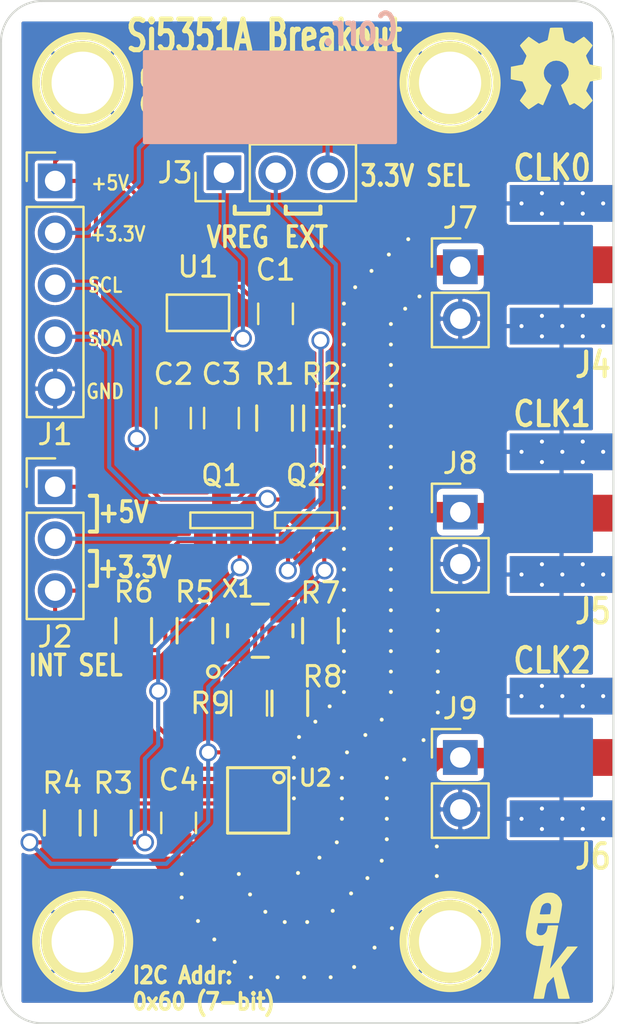
<source format=kicad_pcb>
(kicad_pcb (version 4) (host pcbnew 4.0.6-e0-6349~53~ubuntu16.04.1)
  (title_block (title "Si5351A Breakout") (date "10 Oct 2015") (rev A) (company Etherkit) (comment 4 "Creative Commons Licence CC-BY-SA"))
  (layers (0 F.Cu signal) (31 B.Cu signal) (34 B.Paste user) (35 F.Paste user) (36 B.SilkS user) (37 F.SilkS user) (38 B.Mask user) (39 F.Mask user) (44 Edge.Cuts user))
  (net 0 "")
  (net 1 +3.3V)
  (net 2 GND)
  (net 3 "Net-(J1-Pad3)")
  (net 4 "Net-(J2-Pad2)")
  (net 5 "Net-(J4-Pad1)")
  (net 6 +5V)
  (net 7 "Net-(C2-Pad1)")
  (net 8 "Net-(C3-Pad1)")
  (net 9 "Net-(J1-Pad4)")
  (net 10 "Net-(J5-Pad1)")
  (net 11 "Net-(J6-Pad1)")
  (net 12 "Net-(Q1-Pad1)")
  (net 13 "Net-(Q2-Pad1)")
  (net 14 +3.3VREG)
  (net 15 "Net-(R5-Pad2)")
  (net 16 "Net-(R5-Pad1)")
  (net 17 "Net-(R7-Pad1)")
  (net 18 "Net-(R8-Pad2)")
  (module EtherkitKicadLibrary:VIA (layer F.Cu) (at 112.2 93.7)
    (fp_text reference VIA hide)
    (fp_text value VAL** hide)
    (pad "" thru_hole circle (at 0 0) (size 0.2 0.2) (drill 0.15) (layers *.Cu *.Mask F.SilkS) (net 2 GND) (clearance 0.05))
  )
  (module EtherkitKicadLibrary:ASTX-H11-25.000MHZ-T (layer F.Cu) (at 112.7 80.8)
    (fp_text reference X1 (at -1.1 -2.05) (layer F.SilkS) (effects (font (size 0.8 0.8))))
    (fp_text value "ASTX-H11-25.000MHZ-T or ECS-250-8-30B-CKM" hide)
    (pad 1 smd rect (at -1.15 0.95) (size 1.3 1.1) (layers F.Cu F.Paste F.Mask) (net 15 "Net-(R5-Pad2)"))
    (pad 2 smd rect (at 1.15 0.95) (size 1.3 1.1) (layers F.Cu F.Paste F.Mask) (net 2 GND))
    (pad 3 smd rect (at 1.15 -0.95) (size 1.3 1.1) (layers F.Cu F.Paste F.Mask) (net 17 "Net-(R7-Pad1)"))
    (pad 4 smd rect (at -1.15 -0.95) (size 1.3 1.1) (layers F.Cu F.Paste F.Mask) (net 16 "Net-(R5-Pad1)"))
  )
  (module Resistors_SMD:R_0805 (layer F.Cu) (at 114.15 84.35 270)
    (fp_text reference R8 (at -1.3 -1.6 360) (layer F.SilkS))
    (fp_text value 0 hide)
    (pad 1 smd rect (at -0.95 0 270) (size 0.7 1.3) (layers F.Cu F.Paste F.Mask) (net 17 "Net-(R7-Pad1)"))
    (pad 2 smd rect (at 0.95 0 270) (size 0.7 1.3) (layers F.Cu F.Paste F.Mask) (net 18 "Net-(R8-Pad2)"))
  )
  (module Resistors_SMD:R_0805 (layer F.Cu) (at 115.65 80.8 270)
    (fp_text reference R7 (at -1.85 0 360) (layer F.SilkS))
    (fp_text value 0 hide)
    (pad 1 smd rect (at -0.95 0 270) (size 0.7 1.3) (layers F.Cu F.Paste F.Mask) (net 17 "Net-(R7-Pad1)"))
    (pad 2 smd rect (at 0.95 0 270) (size 0.7 1.3) (layers F.Cu F.Paste F.Mask) (net 2 GND))
  )
  (module Resistors_SMD:R_0805 (layer F.Cu) (at 106.5 80.8 270)
    (fp_text reference R6 (at -1.9 0 360) (layer F.SilkS))
    (fp_text value 0 hide)
    (pad 1 smd rect (at -0.95 0 270) (size 0.7 1.3) (layers F.Cu F.Paste F.Mask) (net 14 +3.3VREG))
    (pad 2 smd rect (at 0.95 0 270) (size 0.7 1.3) (layers F.Cu F.Paste F.Mask) (net 16 "Net-(R5-Pad1)"))
  )
  (module Resistors_SMD:R_0805 (layer F.Cu) (at 109.5 80.8 270)
    (fp_text reference R5 (at -1.9 0 360) (layer F.SilkS))
    (fp_text value 0 hide)
    (pad 1 smd rect (at -0.95 0 270) (size 0.7 1.3) (layers F.Cu F.Paste F.Mask) (net 16 "Net-(R5-Pad1)"))
    (pad 2 smd rect (at 0.95 0 270) (size 0.7 1.3) (layers F.Cu F.Paste F.Mask) (net 15 "Net-(R5-Pad2)"))
  )
  (module Resistors_SMD:R_0805 (layer F.Cu) (at 103 90.2 270)
    (fp_text reference R4 (at -1.95 0 360) (layer F.SilkS))
    (fp_text value 10k hide)
    (pad 1 smd rect (at -0.95 0 270) (size 0.7 1.3) (layers F.Cu F.Paste F.Mask) (net 14 +3.3VREG))
    (pad 2 smd rect (at 0.95 0 270) (size 0.7 1.3) (layers F.Cu F.Paste F.Mask) (net 13 "Net-(Q2-Pad1)"))
  )
  (module Resistors_SMD:R_0805 (layer F.Cu) (at 105.5 90.2 270)
    (fp_text reference R3 (at -1.95 0 360) (layer F.SilkS))
    (fp_text value 10k hide)
    (pad 1 smd rect (at -0.95 0 270) (size 0.7 1.3) (layers F.Cu F.Paste F.Mask) (net 14 +3.3VREG))
    (pad 2 smd rect (at 0.95 0 270) (size 0.7 1.3) (layers F.Cu F.Paste F.Mask) (net 12 "Net-(Q1-Pad1)"))
  )
  (module Resistors_SMD:R_0805 (layer F.Cu) (at 115.7 70.4 270)
    (fp_text reference R2 (at -2.15 0 360) (layer F.SilkS))
    (fp_text value 10k hide)
    (pad 1 smd rect (at -0.95 0 270) (size 0.7 1.3) (layers F.Cu F.Paste F.Mask) (net 4 "Net-(J2-Pad2)"))
    (pad 2 smd rect (at 0.95 0 270) (size 0.7 1.3) (layers F.Cu F.Paste F.Mask) (net 9 "Net-(J1-Pad4)"))
  )
  (module Resistors_SMD:R_0805 (layer F.Cu) (at 113.4 70.4 270)
    (fp_text reference R1 (at -2.15 0 360) (layer F.SilkS))
    (fp_text value 10k hide)
    (pad 1 smd rect (at -0.95 0 270) (size 0.7 1.3) (layers F.Cu F.Paste F.Mask) (net 4 "Net-(J2-Pad2)"))
    (pad 2 smd rect (at 0.95 0 270) (size 0.7 1.3) (layers F.Cu F.Paste F.Mask) (net 3 "Net-(J1-Pad3)"))
  )
  (module Pin_Headers:Pin_Header_Straight_1x02_Pitch2.54mm (layer F.Cu) (at 122.5 87)
    (fp_text reference J9 (at 0 -2.39) (layer F.SilkS))
    (fp_text value CLK2 hide)
    (pad 1 thru_hole rect (at 0 0) (size 1.7 1.7) (drill 1) (layers *.Cu *.Mask) (net 11 "Net-(J6-Pad1)"))
    (pad 2 thru_hole oval (at 0 2.54) (size 1.7 1.7) (drill 1) (layers *.Cu *.Mask) (net 2 GND))
  )
  (module Pin_Headers:Pin_Header_Straight_1x02_Pitch2.54mm (layer F.Cu) (at 122.5 75)
    (fp_text reference J8 (at 0 -2.39) (layer F.SilkS))
    (fp_text value CLK1 hide)
    (pad 1 thru_hole rect (at 0 0) (size 1.7 1.7) (drill 1) (layers *.Cu *.Mask) (net 10 "Net-(J5-Pad1)"))
    (pad 2 thru_hole oval (at 0 2.54) (size 1.7 1.7) (drill 1) (layers *.Cu *.Mask) (net 2 GND))
  )
  (module Pin_Headers:Pin_Header_Straight_1x02_Pitch2.54mm (layer F.Cu) (at 122.5 63)
    (fp_text reference J7 (at 0 -2.39) (layer F.SilkS))
    (fp_text value CLK0 hide)
    (pad 1 thru_hole rect (at 0 0) (size 1.7 1.7) (drill 1) (layers *.Cu *.Mask) (net 5 "Net-(J4-Pad1)"))
    (pad 2 thru_hole oval (at 0 2.54) (size 1.7 1.7) (drill 1) (layers *.Cu *.Mask) (net 2 GND))
  )
  (module Pin_Headers:Pin_Header_Straight_1x03_Pitch2.54mm (layer F.Cu) (at 110.92 58.4 90)
    (fp_text reference J3 (at 0 -2.39 180) (layer F.SilkS))
    (fp_text value "3.3V SEL" hide)
    (pad 1 thru_hole rect (at 0 0 90) (size 1.7 1.7) (drill 1) (layers *.Cu *.Mask) (net 8 "Net-(C3-Pad1)"))
    (pad 2 thru_hole oval (at 0 2.54 90) (size 1.7 1.7) (drill 1) (layers *.Cu *.Mask) (net 14 +3.3VREG))
    (pad 3 thru_hole oval (at 0 5.08 90) (size 1.7 1.7) (drill 1) (layers *.Cu *.Mask) (net 1 +3.3V))
  )
  (module Pin_Headers:Pin_Header_Straight_1x03_Pitch2.54mm (layer F.Cu) (at 102.65 73.76)
    (fp_text reference J2 (at 0 7.34) (layer F.SilkS))
    (fp_text value "PS SEL" hide)
    (pad 1 thru_hole rect (at 0 0) (size 1.7 1.7) (drill 1) (layers *.Cu *.Mask) (net 6 +5V))
    (pad 2 thru_hole oval (at 0 2.54) (size 1.7 1.7) (drill 1) (layers *.Cu *.Mask) (net 4 "Net-(J2-Pad2)"))
    (pad 3 thru_hole oval (at 0 5.08) (size 1.7 1.7) (drill 1) (layers *.Cu *.Mask) (net 14 +3.3VREG))
  )
  (module Pin_Headers:Pin_Header_Straight_1x05_Pitch2.54mm (layer F.Cu) (at 102.65 58.8)
    (fp_text reference J1 (at 0 12.4) (layer F.SilkS))
    (fp_text value Power/Data hide)
    (pad 1 thru_hole rect (at 0 0) (size 1.7 1.7) (drill 1) (layers *.Cu *.Mask) (net 6 +5V))
    (pad 2 thru_hole oval (at 0 2.54) (size 1.7 1.7) (drill 1) (layers *.Cu *.Mask) (net 1 +3.3V))
    (pad 3 thru_hole oval (at 0 5.08) (size 1.7 1.7) (drill 1) (layers *.Cu *.Mask) (net 3 "Net-(J1-Pad3)"))
    (pad 4 thru_hole oval (at 0 7.62) (size 1.7 1.7) (drill 1) (layers *.Cu *.Mask) (net 9 "Net-(J1-Pad4)"))
    (pad 5 thru_hole oval (at 0 10.16) (size 1.7 1.7) (drill 1) (layers *.Cu *.Mask) (net 2 GND))
  )
  (module Capacitors_SMD:C_0805 (layer F.Cu) (at 108.7 90.2 270)
    (fp_text reference C4 (at -2.1 0 360) (layer F.SilkS))
    (fp_text value 100n hide)
    (pad 1 smd rect (at -1 0 270) (size 1 1.25) (layers F.Cu F.Paste F.Mask) (net 14 +3.3VREG))
    (pad 2 smd rect (at 1 0 270) (size 1 1.25) (layers F.Cu F.Paste F.Mask) (net 2 GND))
  )
  (module Capacitors_SMD:C_0805 (layer F.Cu) (at 110.8 70.4 270)
    (fp_text reference C3 (at -2.15 0 360) (layer F.SilkS))
    (fp_text value "4.7u MLCC" hide)
    (pad 1 smd rect (at -1 0 270) (size 1 1.25) (layers F.Cu F.Paste F.Mask) (net 8 "Net-(C3-Pad1)"))
    (pad 2 smd rect (at 1 0 270) (size 1 1.25) (layers F.Cu F.Paste F.Mask) (net 2 GND))
  )
  (module Capacitors_SMD:C_0805 (layer F.Cu) (at 108.45 70.4 270)
    (fp_text reference C2 (at -2.15 0 360) (layer F.SilkS))
    (fp_text value 100n hide)
    (pad 1 smd rect (at -1 0 270) (size 1 1.25) (layers F.Cu F.Paste F.Mask) (net 7 "Net-(C2-Pad1)"))
    (pad 2 smd rect (at 1 0 270) (size 1 1.25) (layers F.Cu F.Paste F.Mask) (net 2 GND))
  )
  (module Capacitors_SMD:C_0805 (layer F.Cu) (at 113.45 65.3 270)
    (fp_text reference C1 (at -2.15 0 360) (layer F.SilkS))
    (fp_text value "1u MLCC" hide)
    (pad 1 smd rect (at -1 0 270) (size 1 1.25) (layers F.Cu F.Paste F.Mask) (net 6 +5V))
    (pad 2 smd rect (at 1 0 270) (size 1 1.25) (layers F.Cu F.Paste F.Mask) (net 2 GND))
  )
  (module EtherkitKicadLibrary:VIA (layer F.Cu) (at 121.35 91.35)
    (fp_text reference VIA hide)
    (fp_text value VAL** hide)
    (pad "" thru_hole circle (at 0 0) (size 0.2 0.2) (drill 0.15) (layers *.Cu *.Mask F.SilkS) (net 2 GND) (clearance 0.05))
  )
  (module EtherkitKicadLibrary:VIA (layer F.Cu) (at 121.35 92.8)
    (fp_text reference VIA hide)
    (fp_text value VAL** hide)
    (pad "" thru_hole circle (at 0 0) (size 0.2 0.2) (drill 0.15) (layers *.Cu *.Mask F.SilkS) (net 2 GND) (clearance 0.05))
  )
  (module EtherkitKicadLibrary:VIA (layer F.Cu) (at 112.25 97.75)
    (fp_text reference VIA hide)
    (fp_text value VAL** hide)
    (pad "" thru_hole circle (at 0 0) (size 0.2 0.2) (drill 0.15) (layers *.Cu *.Mask F.SilkS) (net 2 GND) (clearance 0.05))
  )
  (module EtherkitKicadLibrary:VIA (layer F.Cu) (at 119.15 95.35)
    (fp_text reference VIA hide)
    (fp_text value VAL** hide)
    (pad "" thru_hole circle (at 0 0) (size 0.2 0.2) (drill 0.15) (layers *.Cu *.Mask F.SilkS) (net 2 GND) (clearance 0.05))
  )
  (module EtherkitKicadLibrary:VIA (layer F.Cu) (at 118.3 96.3)
    (fp_text reference VIA hide)
    (fp_text value VAL** hide)
    (pad "" thru_hole circle (at 0 0) (size 0.2 0.2) (drill 0.15) (layers *.Cu *.Mask F.SilkS) (net 2 GND) (clearance 0.05))
  )
  (module EtherkitKicadLibrary:VIA (layer F.Cu) (at 117.3 97.25)
    (fp_text reference VIA hide)
    (fp_text value VAL** hide)
    (pad "" thru_hole circle (at 0 0) (size 0.2 0.2) (drill 0.15) (layers *.Cu *.Mask F.SilkS) (net 2 GND) (clearance 0.05))
  )
  (module EtherkitKicadLibrary:VIA (layer F.Cu) (at 116.15 97.75)
    (fp_text reference VIA hide)
    (fp_text value VAL** hide)
    (pad "" thru_hole circle (at 0 0) (size 0.2 0.2) (drill 0.15) (layers *.Cu *.Mask F.SilkS) (net 2 GND) (clearance 0.05))
  )
  (module EtherkitKicadLibrary:VIA (layer F.Cu) (at 114.85 97.75)
    (fp_text reference VIA hide)
    (fp_text value VAL** hide)
    (pad "" thru_hole circle (at 0 0) (size 0.2 0.2) (drill 0.15) (layers *.Cu *.Mask F.SilkS) (net 2 GND) (clearance 0.05))
  )
  (module EtherkitKicadLibrary:VIA (layer F.Cu) (at 113.55 97.75)
    (fp_text reference VIA hide)
    (fp_text value VAL** hide)
    (pad "" thru_hole circle (at 0 0) (size 0.2 0.2) (drill 0.15) (layers *.Cu *.Mask F.SilkS) (net 2 GND) (clearance 0.05))
  )
  (module EtherkitKicadLibrary:VIA (layer F.Cu) (at 111.45 97)
    (fp_text reference VIA hide)
    (fp_text value VAL** hide)
    (pad "" thru_hole circle (at 0 0) (size 0.2 0.2) (drill 0.15) (layers *.Cu *.Mask F.SilkS) (net 2 GND) (clearance 0.05))
  )
  (module EtherkitKicadLibrary:VIA (layer F.Cu) (at 110.45 95.9)
    (fp_text reference VIA hide)
    (fp_text value VAL** hide)
    (pad "" thru_hole circle (at 0 0) (size 0.2 0.2) (drill 0.15) (layers *.Cu *.Mask F.SilkS) (net 2 GND) (clearance 0.05))
  )
  (module EtherkitKicadLibrary:VIA (layer F.Cu) (at 109.65 95)
    (fp_text reference VIA hide)
    (fp_text value VAL** hide)
    (pad "" thru_hole circle (at 0 0) (size 0.2 0.2) (drill 0.15) (layers *.Cu *.Mask F.SilkS) (net 2 GND) (clearance 0.05))
  )
  (module EtherkitKicadLibrary:VIA (layer F.Cu) (at 108.85 93.85)
    (fp_text reference VIA hide)
    (fp_text value VAL** hide)
    (pad "" thru_hole circle (at 0 0) (size 0.2 0.2) (drill 0.15) (layers *.Cu *.Mask F.SilkS) (net 2 GND) (clearance 0.05))
  )
  (module EtherkitKicadLibrary:VIA (layer F.Cu) (at 108.85 92.7)
    (fp_text reference VIA hide)
    (fp_text value VAL** hide)
    (pad "" thru_hole circle (at 0 0) (size 0.2 0.2) (drill 0.15) (layers *.Cu *.Mask F.SilkS) (net 2 GND) (clearance 0.05))
  )
  (module EtherkitKicadLibrary:VIA (layer F.Cu) (at 119.95 61.65)
    (fp_text reference VIA hide)
    (fp_text value VAL** hide)
    (pad "" thru_hole circle (at 0 0) (size 0.2 0.2) (drill 0.15) (layers *.Cu *.Mask F.SilkS) (net 2 GND) (clearance 0.05))
  )
  (module EtherkitKicadLibrary:VIA (layer F.Cu) (at 119 62.4)
    (fp_text reference VIA hide)
    (fp_text value VAL** hide)
    (pad "" thru_hole circle (at 0 0) (size 0.2 0.2) (drill 0.15) (layers *.Cu *.Mask F.SilkS) (net 2 GND) (clearance 0.05))
  )
  (module EtherkitKicadLibrary:VIA (layer F.Cu) (at 118.15 63.2)
    (fp_text reference VIA hide)
    (fp_text value VAL** hide)
    (pad "" thru_hole circle (at 0 0) (size 0.2 0.2) (drill 0.15) (layers *.Cu *.Mask F.SilkS) (net 2 GND) (clearance 0.05))
  )
  (module EtherkitKicadLibrary:VIA (layer F.Cu) (at 117.35 64)
    (fp_text reference VIA hide)
    (fp_text value VAL** hide)
    (pad "" thru_hole circle (at 0 0) (size 0.2 0.2) (drill 0.15) (layers *.Cu *.Mask F.SilkS) (net 2 GND) (clearance 0.05))
  )
  (module EtherkitKicadLibrary:VIA (layer F.Cu) (at 120.5 64.45)
    (fp_text reference VIA hide)
    (fp_text value VAL** hide)
    (pad "" thru_hole circle (at 0 0) (size 0.2 0.2) (drill 0.15) (layers *.Cu *.Mask F.SilkS) (net 2 GND) (clearance 0.05))
  )
  (module EtherkitKicadLibrary:VIA (layer F.Cu) (at 119.8 65.05)
    (fp_text reference VIA hide)
    (fp_text value VAL** hide)
    (pad "" thru_hole circle (at 0 0) (size 0.2 0.2) (drill 0.15) (layers *.Cu *.Mask F.SilkS) (net 2 GND) (clearance 0.05))
  )
  (module EtherkitKicadLibrary:VIA (layer F.Cu) (at 119.1 65.8)
    (fp_text reference VIA hide)
    (fp_text value VAL** hide)
    (pad "" thru_hole circle (at 0 0) (size 0.2 0.2) (drill 0.15) (layers *.Cu *.Mask F.SilkS) (net 2 GND) (clearance 0.05))
  )
  (module EtherkitKicadLibrary:VIA (layer F.Cu) (at 119.1 66.8)
    (fp_text reference VIA hide)
    (fp_text value VAL** hide)
    (pad "" thru_hole circle (at 0 0) (size 0.2 0.2) (drill 0.15) (layers *.Cu *.Mask F.SilkS) (net 2 GND) (clearance 0.05))
  )
  (module EtherkitKicadLibrary:VIA (layer F.Cu) (at 119.1 67.8)
    (fp_text reference VIA hide)
    (fp_text value VAL** hide)
    (pad "" thru_hole circle (at 0 0) (size 0.2 0.2) (drill 0.15) (layers *.Cu *.Mask F.SilkS) (net 2 GND) (clearance 0.05))
  )
  (module EtherkitKicadLibrary:VIA (layer F.Cu) (at 119.1 68.8)
    (fp_text reference VIA hide)
    (fp_text value VAL** hide)
    (pad "" thru_hole circle (at 0 0) (size 0.2 0.2) (drill 0.15) (layers *.Cu *.Mask F.SilkS) (net 2 GND) (clearance 0.05))
  )
  (module EtherkitKicadLibrary:VIA (layer F.Cu) (at 119.1 69.8)
    (fp_text reference VIA hide)
    (fp_text value VAL** hide)
    (pad "" thru_hole circle (at 0 0) (size 0.2 0.2) (drill 0.15) (layers *.Cu *.Mask F.SilkS) (net 2 GND) (clearance 0.05))
  )
  (module EtherkitKicadLibrary:VIA (layer F.Cu) (at 119.1 70.8)
    (fp_text reference VIA hide)
    (fp_text value VAL** hide)
    (pad "" thru_hole circle (at 0 0) (size 0.2 0.2) (drill 0.15) (layers *.Cu *.Mask F.SilkS) (net 2 GND) (clearance 0.05))
  )
  (module EtherkitKicadLibrary:VIA (layer F.Cu) (at 119.1 71.8)
    (fp_text reference VIA hide)
    (fp_text value VAL** hide)
    (pad "" thru_hole circle (at 0 0) (size 0.2 0.2) (drill 0.15) (layers *.Cu *.Mask F.SilkS) (net 2 GND) (clearance 0.05))
  )
  (module EtherkitKicadLibrary:VIA (layer F.Cu) (at 119.1 72.8)
    (fp_text reference VIA hide)
    (fp_text value VAL** hide)
    (pad "" thru_hole circle (at 0 0) (size 0.2 0.2) (drill 0.15) (layers *.Cu *.Mask F.SilkS) (net 2 GND) (clearance 0.05))
  )
  (module EtherkitKicadLibrary:VIA (layer F.Cu) (at 119.1 73.8)
    (fp_text reference VIA hide)
    (fp_text value VAL** hide)
    (pad "" thru_hole circle (at 0 0) (size 0.2 0.2) (drill 0.15) (layers *.Cu *.Mask F.SilkS) (net 2 GND) (clearance 0.05))
  )
  (module EtherkitKicadLibrary:VIA (layer F.Cu) (at 119.1 74.8)
    (fp_text reference VIA hide)
    (fp_text value VAL** hide)
    (pad "" thru_hole circle (at 0 0) (size 0.2 0.2) (drill 0.15) (layers *.Cu *.Mask F.SilkS) (net 2 GND) (clearance 0.05))
  )
  (module EtherkitKicadLibrary:VIA (layer F.Cu) (at 121.4 79.8)
    (fp_text reference VIA hide)
    (fp_text value VAL** hide)
    (pad "" thru_hole circle (at 0 0) (size 0.2 0.2) (drill 0.15) (layers *.Cu *.Mask F.SilkS) (net 2 GND) (clearance 0.05))
  )
  (module EtherkitKicadLibrary:VIA (layer F.Cu) (at 121.4 80.8)
    (fp_text reference VIA hide)
    (fp_text value VAL** hide)
    (pad "" thru_hole circle (at 0 0) (size 0.2 0.2) (drill 0.15) (layers *.Cu *.Mask F.SilkS) (net 2 GND) (clearance 0.05))
  )
  (module EtherkitKicadLibrary:VIA (layer F.Cu) (at 121.4 81.8)
    (fp_text reference VIA hide)
    (fp_text value VAL** hide)
    (pad "" thru_hole circle (at 0 0) (size 0.2 0.2) (drill 0.15) (layers *.Cu *.Mask F.SilkS) (net 2 GND) (clearance 0.05))
  )
  (module EtherkitKicadLibrary:VIA (layer F.Cu) (at 121.4 82.8)
    (fp_text reference VIA hide)
    (fp_text value VAL** hide)
    (pad "" thru_hole circle (at 0 0) (size 0.2 0.2) (drill 0.15) (layers *.Cu *.Mask F.SilkS) (net 2 GND) (clearance 0.05))
  )
  (module EtherkitKicadLibrary:VIA (layer F.Cu) (at 121.4 83.8)
    (fp_text reference VIA hide)
    (fp_text value VAL** hide)
    (pad "" thru_hole circle (at 0 0) (size 0.2 0.2) (drill 0.15) (layers *.Cu *.Mask F.SilkS) (net 2 GND) (clearance 0.05))
  )
  (module EtherkitKicadLibrary:VIA (layer F.Cu) (at 118.65 92.05)
    (fp_text reference VIA hide)
    (fp_text value VAL** hide)
    (pad "" thru_hole circle (at 0 0) (size 0.2 0.2) (drill 0.15) (layers *.Cu *.Mask F.SilkS) (net 2 GND) (clearance 0.05))
  )
  (module EtherkitKicadLibrary:VIA (layer F.Cu) (at 121.4 84.8)
    (fp_text reference VIA hide)
    (fp_text value VAL** hide)
    (pad "" thru_hole circle (at 0 0) (size 0.2 0.2) (drill 0.15) (layers *.Cu *.Mask F.SilkS) (net 2 GND) (clearance 0.05))
  )
  (module EtherkitKicadLibrary:VIA (layer F.Cu) (at 120.7 86.15)
    (fp_text reference VIA hide)
    (fp_text value VAL** hide)
    (pad "" thru_hole circle (at 0 0) (size 0.2 0.2) (drill 0.15) (layers *.Cu *.Mask F.SilkS) (net 2 GND) (clearance 0.05))
  )
  (module EtherkitKicadLibrary:VIA (layer F.Cu) (at 119.75 87.1)
    (fp_text reference VIA hide)
    (fp_text value VAL** hide)
    (pad "" thru_hole circle (at 0 0) (size 0.2 0.2) (drill 0.15) (layers *.Cu *.Mask F.SilkS) (net 2 GND) (clearance 0.05))
  )
  (module EtherkitKicadLibrary:VIA (layer F.Cu) (at 118.9 88)
    (fp_text reference VIA hide)
    (fp_text value VAL** hide)
    (pad "" thru_hole circle (at 0 0) (size 0.2 0.2) (drill 0.15) (layers *.Cu *.Mask F.SilkS) (net 2 GND) (clearance 0.05))
  )
  (module EtherkitKicadLibrary:VIA (layer F.Cu) (at 118.9 89)
    (fp_text reference VIA hide)
    (fp_text value VAL** hide)
    (pad "" thru_hole circle (at 0 0) (size 0.2 0.2) (drill 0.15) (layers *.Cu *.Mask F.SilkS) (net 2 GND) (clearance 0.05))
  )
  (module EtherkitKicadLibrary:VIA (layer F.Cu) (at 118.9 90)
    (fp_text reference VIA hide)
    (fp_text value VAL** hide)
    (pad "" thru_hole circle (at 0 0) (size 0.2 0.2) (drill 0.15) (layers *.Cu *.Mask F.SilkS) (net 2 GND) (clearance 0.05))
  )
  (module EtherkitKicadLibrary:VIA (layer F.Cu) (at 118.9 91)
    (fp_text reference VIA hide)
    (fp_text value VAL** hide)
    (pad "" thru_hole circle (at 0 0) (size 0.2 0.2) (drill 0.15) (layers *.Cu *.Mask F.SilkS) (net 2 GND) (clearance 0.05))
  )
  (module EtherkitKicadLibrary:VIA (layer F.Cu) (at 117.95 92.9)
    (fp_text reference VIA hide)
    (fp_text value VAL** hide)
    (pad "" thru_hole circle (at 0 0) (size 0.2 0.2) (drill 0.15) (layers *.Cu *.Mask F.SilkS) (net 2 GND) (clearance 0.05))
  )
  (module EtherkitKicadLibrary:VIA (layer F.Cu) (at 117.15 93.65)
    (fp_text reference VIA hide)
    (fp_text value VAL** hide)
    (pad "" thru_hole circle (at 0 0) (size 0.2 0.2) (drill 0.15) (layers *.Cu *.Mask F.SilkS) (net 2 GND) (clearance 0.05))
  )
  (module EtherkitKicadLibrary:VIA (layer F.Cu) (at 116.25 94.5)
    (fp_text reference VIA hide)
    (fp_text value VAL** hide)
    (pad "" thru_hole circle (at 0 0) (size 0.2 0.2) (drill 0.15) (layers *.Cu *.Mask F.SilkS) (net 2 GND) (clearance 0.05))
  )
  (module EtherkitKicadLibrary:VIA (layer F.Cu) (at 115 95.05)
    (fp_text reference VIA hide)
    (fp_text value VAL** hide)
    (pad "" thru_hole circle (at 0 0) (size 0.2 0.2) (drill 0.15) (layers *.Cu *.Mask F.SilkS) (net 2 GND) (clearance 0.05))
  )
  (module EtherkitKicadLibrary:VIA (layer F.Cu) (at 113.9 95.05)
    (fp_text reference VIA hide)
    (fp_text value VAL** hide)
    (pad "" thru_hole circle (at 0 0) (size 0.2 0.2) (drill 0.15) (layers *.Cu *.Mask F.SilkS) (net 2 GND) (clearance 0.05))
  )
  (module EtherkitKicadLibrary:VIA (layer F.Cu) (at 112.95 94.55)
    (fp_text reference VIA hide)
    (fp_text value VAL** hide)
    (pad "" thru_hole circle (at 0 0) (size 0.2 0.2) (drill 0.15) (layers *.Cu *.Mask F.SilkS) (net 2 GND) (clearance 0.05))
  )
  (module EtherkitKicadLibrary:VIA (layer F.Cu) (at 111.65 92.7)
    (fp_text reference VIA hide)
    (fp_text value VAL** hide)
    (pad "" thru_hole circle (at 0 0) (size 0.2 0.2) (drill 0.15) (layers *.Cu *.Mask F.SilkS) (net 2 GND) (clearance 0.05))
  )
  (module EtherkitKicadLibrary:VIA (layer F.Cu) (at 114.55 92.65)
    (fp_text reference VIA hide)
    (fp_text value VAL** hide)
    (pad "" thru_hole circle (at 0 0) (size 0.2 0.2) (drill 0.15) (layers *.Cu *.Mask F.SilkS) (net 2 GND) (clearance 0.05))
  )
  (module EtherkitKicadLibrary:VIA (layer F.Cu) (at 115.6 91.9)
    (fp_text reference VIA hide)
    (fp_text value VAL** hide)
    (pad "" thru_hole circle (at 0 0) (size 0.2 0.2) (drill 0.15) (layers *.Cu *.Mask F.SilkS) (net 2 GND) (clearance 0.05))
  )
  (module EtherkitKicadLibrary:VIA (layer F.Cu) (at 116.45 91.15)
    (fp_text reference VIA hide)
    (fp_text value VAL** hide)
    (pad "" thru_hole circle (at 0 0) (size 0.2 0.2) (drill 0.15) (layers *.Cu *.Mask F.SilkS) (net 2 GND) (clearance 0.05))
  )
  (module EtherkitKicadLibrary:VIA (layer F.Cu) (at 116.7 90)
    (fp_text reference VIA hide)
    (fp_text value VAL** hide)
    (pad "" thru_hole circle (at 0 0) (size 0.2 0.2) (drill 0.15) (layers *.Cu *.Mask F.SilkS) (net 2 GND) (clearance 0.05))
  )
  (module EtherkitKicadLibrary:VIA (layer F.Cu) (at 116.7 89)
    (fp_text reference VIA hide)
    (fp_text value VAL** hide)
    (pad "" thru_hole circle (at 0 0) (size 0.2 0.2) (drill 0.15) (layers *.Cu *.Mask F.SilkS) (net 2 GND) (clearance 0.05))
  )
  (module EtherkitKicadLibrary:VIA (layer F.Cu) (at 116.7 88)
    (fp_text reference VIA hide)
    (fp_text value VAL** hide)
    (pad "" thru_hole circle (at 0 0) (size 0.2 0.2) (drill 0.15) (layers *.Cu *.Mask F.SilkS) (net 2 GND) (clearance 0.05))
  )
  (module EtherkitKicadLibrary:VIA (layer F.Cu) (at 116.95 86.75)
    (fp_text reference VIA hide)
    (fp_text value VAL** hide)
    (pad "" thru_hole circle (at 0 0) (size 0.2 0.2) (drill 0.15) (layers *.Cu *.Mask F.SilkS) (net 2 GND) (clearance 0.05))
  )
  (module EtherkitKicadLibrary:VIA (layer F.Cu) (at 117.85 85.9)
    (fp_text reference VIA hide)
    (fp_text value VAL** hide)
    (pad "" thru_hole circle (at 0 0) (size 0.2 0.2) (drill 0.15) (layers *.Cu *.Mask F.SilkS) (net 2 GND) (clearance 0.05))
  )
  (module EtherkitKicadLibrary:VIA (layer F.Cu) (at 119.1 76.8)
    (fp_text reference VIA hide)
    (fp_text value VAL** hide)
    (pad "" thru_hole circle (at 0 0) (size 0.2 0.2) (drill 0.15) (layers *.Cu *.Mask F.SilkS) (net 2 GND) (clearance 0.05))
  )
  (module EtherkitKicadLibrary:VIA (layer F.Cu) (at 119.1 77.8)
    (fp_text reference VIA hide)
    (fp_text value VAL** hide)
    (pad "" thru_hole circle (at 0 0) (size 0.2 0.2) (drill 0.15) (layers *.Cu *.Mask F.SilkS) (net 2 GND) (clearance 0.05))
  )
  (module EtherkitKicadLibrary:VIA (layer F.Cu) (at 119.1 78.8)
    (fp_text reference VIA hide)
    (fp_text value VAL** hide)
    (pad "" thru_hole circle (at 0 0) (size 0.2 0.2) (drill 0.15) (layers *.Cu *.Mask F.SilkS) (net 2 GND) (clearance 0.05))
  )
  (module EtherkitKicadLibrary:VIA (layer F.Cu) (at 119.1 79.8)
    (fp_text reference VIA hide)
    (fp_text value VAL** hide)
    (pad "" thru_hole circle (at 0 0) (size 0.2 0.2) (drill 0.15) (layers *.Cu *.Mask F.SilkS) (net 2 GND) (clearance 0.05))
  )
  (module EtherkitKicadLibrary:VIA (layer F.Cu) (at 119.1 80.8)
    (fp_text reference VIA hide)
    (fp_text value VAL** hide)
    (pad "" thru_hole circle (at 0 0) (size 0.2 0.2) (drill 0.15) (layers *.Cu *.Mask F.SilkS) (net 2 GND) (clearance 0.05))
  )
  (module EtherkitKicadLibrary:VIA (layer F.Cu) (at 119.1 81.8)
    (fp_text reference VIA hide)
    (fp_text value VAL** hide)
    (pad "" thru_hole circle (at 0 0) (size 0.2 0.2) (drill 0.15) (layers *.Cu *.Mask F.SilkS) (net 2 GND) (clearance 0.05))
  )
  (module EtherkitKicadLibrary:VIA (layer F.Cu) (at 119.1 82.8)
    (fp_text reference VIA hide)
    (fp_text value VAL** hide)
    (pad "" thru_hole circle (at 0 0) (size 0.2 0.2) (drill 0.15) (layers *.Cu *.Mask F.SilkS) (net 2 GND) (clearance 0.05))
  )
  (module EtherkitKicadLibrary:VIA (layer F.Cu) (at 119.1 83.8)
    (fp_text reference VIA hide)
    (fp_text value VAL** hide)
    (pad "" thru_hole circle (at 0 0) (size 0.2 0.2) (drill 0.15) (layers *.Cu *.Mask F.SilkS) (net 2 GND) (clearance 0.05))
  )
  (module EtherkitKicadLibrary:VIA (layer F.Cu) (at 116.1 84.5)
    (fp_text reference VIA hide)
    (fp_text value VAL** hide)
    (pad "" thru_hole circle (at 0 0) (size 0.2 0.2) (drill 0.15) (layers *.Cu *.Mask F.SilkS) (net 2 GND) (clearance 0.05))
  )
  (module EtherkitKicadLibrary:VIA (layer F.Cu) (at 115.4 85.25)
    (fp_text reference VIA hide)
    (fp_text value VAL** hide)
    (pad "" thru_hole circle (at 0 0) (size 0.2 0.2) (drill 0.15) (layers *.Cu *.Mask F.SilkS) (net 2 GND) (clearance 0.05))
  )
  (module EtherkitKicadLibrary:VIA (layer F.Cu) (at 114.6 86)
    (fp_text reference VIA hide)
    (fp_text value VAL** hide)
    (pad "" thru_hole circle (at 0 0) (size 0.2 0.2) (drill 0.15) (layers *.Cu *.Mask F.SilkS) (net 2 GND) (clearance 0.05))
  )
  (module EtherkitKicadLibrary:VIA (layer F.Cu) (at 114.35 87)
    (fp_text reference VIA hide)
    (fp_text value VAL** hide)
    (pad "" thru_hole circle (at 0 0) (size 0.2 0.2) (drill 0.15) (layers *.Cu *.Mask F.SilkS) (net 2 GND) (clearance 0.05))
  )
  (module EtherkitKicadLibrary:VIA (layer F.Cu) (at 114.35 88)
    (fp_text reference VIA hide)
    (fp_text value VAL** hide)
    (pad "" thru_hole circle (at 0 0) (size 0.2 0.2) (drill 0.15) (layers *.Cu *.Mask F.SilkS) (net 2 GND) (clearance 0.05))
  )
  (module EtherkitKicadLibrary:VIA (layer F.Cu) (at 114.35 89)
    (fp_text reference VIA hide)
    (fp_text value VAL** hide)
    (pad "" thru_hole circle (at 0 0) (size 0.2 0.2) (drill 0.15) (layers *.Cu *.Mask F.SilkS) (net 2 GND) (clearance 0.05))
  )
  (module EtherkitKicadLibrary:VIA (layer F.Cu) (at 118.65 85.15)
    (fp_text reference VIA hide)
    (fp_text value VAL** hide)
    (pad "" thru_hole circle (at 0 0) (size 0.2 0.2) (drill 0.15) (layers *.Cu *.Mask F.SilkS) (net 2 GND) (clearance 0.05))
  )
  (module EtherkitKicadLibrary:VIA (layer F.Cu) (at 116.8 83.8)
    (fp_text reference VIA hide)
    (fp_text value VAL** hide)
    (pad "" thru_hole circle (at 0 0) (size 0.2 0.2) (drill 0.15) (layers *.Cu *.Mask F.SilkS) (net 2 GND) (clearance 0.05))
  )
  (module EtherkitKicadLibrary:VIA (layer F.Cu) (at 116.8 82.8)
    (fp_text reference VIA hide)
    (fp_text value VAL** hide)
    (pad "" thru_hole circle (at 0 0) (size 0.2 0.2) (drill 0.15) (layers *.Cu *.Mask F.SilkS) (net 2 GND) (clearance 0.05))
  )
  (module EtherkitKicadLibrary:VIA (layer F.Cu) (at 116.8 81.8)
    (fp_text reference VIA hide)
    (fp_text value VAL** hide)
    (pad "" thru_hole circle (at 0 0) (size 0.2 0.2) (drill 0.15) (layers *.Cu *.Mask F.SilkS) (net 2 GND) (clearance 0.05))
  )
  (module EtherkitKicadLibrary:VIA (layer F.Cu) (at 116.8 80.8)
    (fp_text reference VIA hide)
    (fp_text value VAL** hide)
    (pad "" thru_hole circle (at 0 0) (size 0.2 0.2) (drill 0.15) (layers *.Cu *.Mask F.SilkS) (net 2 GND) (clearance 0.05))
  )
  (module EtherkitKicadLibrary:VIA (layer F.Cu) (at 116.8 79.8)
    (fp_text reference VIA hide)
    (fp_text value VAL** hide)
    (pad "" thru_hole circle (at 0 0) (size 0.2 0.2) (drill 0.15) (layers *.Cu *.Mask F.SilkS) (net 2 GND) (clearance 0.05))
  )
  (module EtherkitKicadLibrary:VIA (layer F.Cu) (at 116.8 78.8)
    (fp_text reference VIA hide)
    (fp_text value VAL** hide)
    (pad "" thru_hole circle (at 0 0) (size 0.2 0.2) (drill 0.15) (layers *.Cu *.Mask F.SilkS) (net 2 GND) (clearance 0.05))
  )
  (module EtherkitKicadLibrary:VIA (layer F.Cu) (at 116.8 77.8)
    (fp_text reference VIA hide)
    (fp_text value VAL** hide)
    (pad "" thru_hole circle (at 0 0) (size 0.2 0.2) (drill 0.15) (layers *.Cu *.Mask F.SilkS) (net 2 GND) (clearance 0.05))
  )
  (module EtherkitKicadLibrary:VIA (layer F.Cu) (at 116.8 76.8)
    (fp_text reference VIA hide)
    (fp_text value VAL** hide)
    (pad "" thru_hole circle (at 0 0) (size 0.2 0.2) (drill 0.15) (layers *.Cu *.Mask F.SilkS) (net 2 GND) (clearance 0.05))
  )
  (module EtherkitKicadLibrary:VIA (layer F.Cu) (at 116.8 75.8)
    (fp_text reference VIA hide)
    (fp_text value VAL** hide)
    (pad "" thru_hole circle (at 0 0) (size 0.2 0.2) (drill 0.15) (layers *.Cu *.Mask F.SilkS) (net 2 GND) (clearance 0.05))
  )
  (module EtherkitKicadLibrary:VIA (layer F.Cu) (at 116.8 74.8)
    (fp_text reference VIA hide)
    (fp_text value VAL** hide)
    (pad "" thru_hole circle (at 0 0) (size 0.2 0.2) (drill 0.15) (layers *.Cu *.Mask F.SilkS) (net 2 GND) (clearance 0.05))
  )
  (module EtherkitKicadLibrary:VIA (layer F.Cu) (at 116.8 73.8)
    (fp_text reference VIA hide)
    (fp_text value VAL** hide)
    (pad "" thru_hole circle (at 0 0) (size 0.2 0.2) (drill 0.15) (layers *.Cu *.Mask F.SilkS) (net 2 GND) (clearance 0.05))
  )
  (module EtherkitKicadLibrary:VIA (layer F.Cu) (at 116.8 72.8)
    (fp_text reference VIA hide)
    (fp_text value VAL** hide)
    (pad "" thru_hole circle (at 0 0) (size 0.2 0.2) (drill 0.15) (layers *.Cu *.Mask F.SilkS) (net 2 GND) (clearance 0.05))
  )
  (module EtherkitKicadLibrary:VIA (layer F.Cu) (at 116.8 71.8)
    (fp_text reference VIA hide)
    (fp_text value VAL** hide)
    (pad "" thru_hole circle (at 0 0) (size 0.2 0.2) (drill 0.15) (layers *.Cu *.Mask F.SilkS) (net 2 GND) (clearance 0.05))
  )
  (module EtherkitKicadLibrary:VIA (layer F.Cu) (at 116.8 70.8)
    (fp_text reference VIA hide)
    (fp_text value VAL** hide)
    (pad "" thru_hole circle (at 0 0) (size 0.2 0.2) (drill 0.15) (layers *.Cu *.Mask F.SilkS) (net 2 GND) (clearance 0.05))
  )
  (module EtherkitKicadLibrary:VIA (layer F.Cu) (at 116.8 69.8)
    (fp_text reference VIA hide)
    (fp_text value VAL** hide)
    (pad "" thru_hole circle (at 0 0) (size 0.2 0.2) (drill 0.15) (layers *.Cu *.Mask F.SilkS) (net 2 GND) (clearance 0.05))
  )
  (module EtherkitKicadLibrary:VIA (layer F.Cu) (at 116.8 68.8)
    (fp_text reference VIA hide)
    (fp_text value VAL** hide)
    (pad "" thru_hole circle (at 0 0) (size 0.2 0.2) (drill 0.15) (layers *.Cu *.Mask F.SilkS) (net 2 GND) (clearance 0.05))
  )
  (module EtherkitKicadLibrary:VIA (layer F.Cu) (at 116.8 67.8)
    (fp_text reference VIA hide)
    (fp_text value VAL** hide)
    (pad "" thru_hole circle (at 0 0) (size 0.2 0.2) (drill 0.15) (layers *.Cu *.Mask F.SilkS) (net 2 GND) (clearance 0.05))
  )
  (module EtherkitKicadLibrary:VIA (layer F.Cu) (at 116.8 66.8)
    (fp_text reference VIA hide)
    (fp_text value VAL** hide)
    (pad "" thru_hole circle (at 0 0) (size 0.2 0.2) (drill 0.15) (layers *.Cu *.Mask F.SilkS) (net 2 GND) (clearance 0.05))
  )
  (module EtherkitKicadLibrary:VIA (layer F.Cu) (at 116.8 65.8)
    (fp_text reference VIA hide)
    (fp_text value VAL** hide)
    (pad "" thru_hole circle (at 0 0) (size 0.2 0.2) (drill 0.15) (layers *.Cu *.Mask F.SilkS) (net 2 GND) (clearance 0.05))
  )
  (module EtherkitKicadLibrary:VIA (layer F.Cu) (at 116.8 64.8)
    (fp_text reference VIA hide)
    (fp_text value VAL** hide)
    (pad "" thru_hole circle (at 0 0) (size 0.2 0.2) (drill 0.15) (layers *.Cu *.Mask F.SilkS) (net 2 GND) (clearance 0.05))
  )
  (module EtherkitKicadLibrary:SMA-ENDLAUNCH (layer F.Cu) (at 130 62.9 90)
    (fp_text reference J4 (at -4.9 -1 180) (layer F.SilkS) (effects (font (size 1.2 1) (thickness 0.2))))
    (fp_text value SMA-F hide)
    (pad 1 smd rect (at 0 -2.54 90) (size 1.8 5.08) (layers F.Cu F.Mask) (net 5 "Net-(J4-Pad1)"))
    (pad 2 smd rect (at 3 -2.54 90) (size 1.8 5.08) (layers B.Cu B.Mask) (net 2 GND))
    (pad 2 smd rect (at -3 -2.54 90) (size 1.8 5.08) (layers F.Cu F.Mask) (net 2 GND))
    (pad 2 thru_hole circle (at 3 -0.5 90) (size 0.3 0.3) (drill 0.2) (layers *.Cu *.Mask) (net 2 GND))
    (pad 2 thru_hole circle (at 3 -4.5 90) (size 0.3 0.3) (drill 0.2) (layers *.Cu *.Mask) (net 2 GND))
    (pad 2 thru_hole circle (at 2.5 -3.5 90) (size 0.3 0.3) (drill 0.2) (layers *.Cu *.Mask) (net 2 GND))
    (pad 2 thru_hole circle (at 3.5 -3.5 90) (size 0.3 0.3) (drill 0.2) (layers *.Cu *.Mask) (net 2 GND))
    (pad 2 thru_hole circle (at 3 -2.5 90) (size 0.3 0.3) (drill 0.2) (layers *.Cu *.Mask) (net 2 GND))
    (pad 2 thru_hole circle (at 2.5 -1.5 90) (size 0.3 0.3) (drill 0.2) (layers *.Cu *.Mask) (net 2 GND))
    (pad 2 thru_hole circle (at 3.5 -1.5 90) (size 0.3 0.3) (drill 0.2) (layers *.Cu *.Mask) (net 2 GND))
    (pad 2 thru_hole circle (at -3 -0.5 90) (size 0.3 0.3) (drill 0.2) (layers *.Cu *.Mask) (net 2 GND))
    (pad 2 thru_hole circle (at -3 -4.5 90) (size 0.3 0.3) (drill 0.2) (layers *.Cu *.Mask) (net 2 GND))
    (pad 2 thru_hole circle (at -3.5 -3.5 90) (size 0.3 0.3) (drill 0.2) (layers *.Cu *.Mask) (net 2 GND))
    (pad 2 thru_hole circle (at -2.5 -3.5 90) (size 0.3 0.3) (drill 0.2) (layers *.Cu *.Mask) (net 2 GND))
    (pad 2 thru_hole circle (at -3 -2.5 90) (size 0.3 0.3) (drill 0.2) (layers *.Cu *.Mask) (net 2 GND))
    (pad 2 thru_hole circle (at -3.5 -1.5 90) (size 0.3 0.3) (drill 0.2) (layers *.Cu *.Mask) (net 2 GND))
    (pad 2 thru_hole circle (at -2.5 -1.5 90) (size 0.3 0.3) (drill 0.2) (layers *.Cu *.Mask) (net 2 GND))
    (pad 2 smd rect (at 3 -2.54 90) (size 1.8 5.08) (layers F.Cu F.Mask) (net 2 GND))
    (pad 2 smd rect (at -3 -2.54 90) (size 1.8 5.08) (layers B.Cu B.Mask) (net 2 GND))
  )
  (module EtherkitKicadLibrary:SOT23-5 (layer F.Cu) (at 109.65 65.25 180)
    (fp_text reference U1 (at 0 2.25 360) (layer F.SilkS))
    (fp_text value LP2985-3.3 hide)
    (pad 1 smd rect (at -0.9525 1.27 180) (size 0.508 0.762) (layers F.Cu F.Paste F.Mask) (net 6 +5V))
    (pad 3 smd rect (at 0.9525 1.27 180) (size 0.508 0.762) (layers F.Cu F.Paste F.Mask) (net 6 +5V))
    (pad 5 smd rect (at -0.9525 -1.27 180) (size 0.508 0.762) (layers F.Cu F.Paste F.Mask) (net 8 "Net-(C3-Pad1)"))
    (pad 2 smd rect (at 0 1.27 180) (size 0.508 0.762) (layers F.Cu F.Paste F.Mask) (net 2 GND))
    (pad 4 smd rect (at 0.9525 -1.27 180) (size 0.508 0.762) (layers F.Cu F.Paste F.Mask) (net 7 "Net-(C2-Pad1)"))
  )
  (module EtherkitKicadLibrary:SOT23-2N7002 (layer F.Cu) (at 114.95 75.4 180)
    (fp_text reference Q2 (at 0 2.2 180) (layer F.SilkS))
    (fp_text value 2N7002 hide)
    (pad 1 smd rect (at -0.889 -1.016 180) (size 0.9144 0.9144) (layers F.Cu F.Paste F.Mask) (net 13 "Net-(Q2-Pad1)"))
    (pad 2 smd rect (at 0.889 -1.016 180) (size 0.9144 0.9144) (layers F.Cu F.Paste F.Mask) (net 14 +3.3VREG))
    (pad 3 smd rect (at 0 1.016 180) (size 0.9144 0.9144) (layers F.Cu F.Paste F.Mask) (net 9 "Net-(J1-Pad4)"))
  )
  (module EtherkitKicadLibrary:SOT23-2N7002 (layer F.Cu) (at 110.8 75.4 180)
    (fp_text reference Q1 (at 0 2.2 180) (layer F.SilkS))
    (fp_text value 2N7002 hide)
    (pad 1 smd rect (at -0.889 -1.016 180) (size 0.9144 0.9144) (layers F.Cu F.Paste F.Mask) (net 12 "Net-(Q1-Pad1)"))
    (pad 2 smd rect (at 0.889 -1.016 180) (size 0.9144 0.9144) (layers F.Cu F.Paste F.Mask) (net 14 +3.3VREG))
    (pad 3 smd rect (at 0 1.016 180) (size 0.9144 0.9144) (layers F.Cu F.Paste F.Mask) (net 3 "Net-(J1-Pad3)"))
  )
  (module EtherkitKicadLibrary:SMA-ENDLAUNCH (layer F.Cu) (at 130 87 90)
    (fp_text reference J6 (at -4.85 -1 180) (layer F.SilkS) (effects (font (size 1.2 1) (thickness 0.2))))
    (fp_text value SMA-F hide)
    (pad 1 smd rect (at 0 -2.54 90) (size 1.8 5.08) (layers F.Cu F.Mask) (net 11 "Net-(J6-Pad1)"))
    (pad 2 smd rect (at 3 -2.54 90) (size 1.8 5.08) (layers B.Cu B.Mask) (net 2 GND))
    (pad 2 smd rect (at -3 -2.54 90) (size 1.8 5.08) (layers F.Cu F.Mask) (net 2 GND))
    (pad 2 thru_hole circle (at 3 -0.5 90) (size 0.3 0.3) (drill 0.2) (layers *.Cu *.Mask) (net 2 GND))
    (pad 2 thru_hole circle (at 3 -4.5 90) (size 0.3 0.3) (drill 0.2) (layers *.Cu *.Mask) (net 2 GND))
    (pad 2 thru_hole circle (at 2.5 -3.5 90) (size 0.3 0.3) (drill 0.2) (layers *.Cu *.Mask) (net 2 GND))
    (pad 2 thru_hole circle (at 3.5 -3.5 90) (size 0.3 0.3) (drill 0.2) (layers *.Cu *.Mask) (net 2 GND))
    (pad 2 thru_hole circle (at 3 -2.5 90) (size 0.3 0.3) (drill 0.2) (layers *.Cu *.Mask) (net 2 GND))
    (pad 2 thru_hole circle (at 2.5 -1.5 90) (size 0.3 0.3) (drill 0.2) (layers *.Cu *.Mask) (net 2 GND))
    (pad 2 thru_hole circle (at 3.5 -1.5 90) (size 0.3 0.3) (drill 0.2) (layers *.Cu *.Mask) (net 2 GND))
    (pad 2 thru_hole circle (at -3 -0.5 90) (size 0.3 0.3) (drill 0.2) (layers *.Cu *.Mask) (net 2 GND))
    (pad 2 thru_hole circle (at -3 -4.5 90) (size 0.3 0.3) (drill 0.2) (layers *.Cu *.Mask) (net 2 GND))
    (pad 2 thru_hole circle (at -3.5 -3.5 90) (size 0.3 0.3) (drill 0.2) (layers *.Cu *.Mask) (net 2 GND))
    (pad 2 thru_hole circle (at -2.5 -3.5 90) (size 0.3 0.3) (drill 0.2) (layers *.Cu *.Mask) (net 2 GND))
    (pad 2 thru_hole circle (at -3 -2.5 90) (size 0.3 0.3) (drill 0.2) (layers *.Cu *.Mask) (net 2 GND))
    (pad 2 thru_hole circle (at -3.5 -1.5 90) (size 0.3 0.3) (drill 0.2) (layers *.Cu *.Mask) (net 2 GND))
    (pad 2 thru_hole circle (at -2.5 -1.5 90) (size 0.3 0.3) (drill 0.2) (layers *.Cu *.Mask) (net 2 GND))
    (pad 2 smd rect (at 3 -2.54 90) (size 1.8 5.08) (layers F.Cu F.Mask) (net 2 GND))
    (pad 2 smd rect (at -3 -2.54 90) (size 1.8 5.08) (layers B.Cu B.Mask) (net 2 GND))
  )
  (module EtherkitKicadLibrary:SMA-ENDLAUNCH (layer F.Cu) (at 130 75.05 90)
    (fp_text reference J5 (at -4.8 -1 360) (layer F.SilkS) (effects (font (size 1.2 1) (thickness 0.2))))
    (fp_text value SMA-F hide)
    (pad 1 smd rect (at 0 -2.54 90) (size 1.8 5.08) (layers F.Cu F.Mask) (net 10 "Net-(J5-Pad1)"))
    (pad 2 smd rect (at 3 -2.54 90) (size 1.8 5.08) (layers B.Cu B.Mask) (net 2 GND))
    (pad 2 smd rect (at -3 -2.54 90) (size 1.8 5.08) (layers F.Cu F.Mask) (net 2 GND))
    (pad 2 thru_hole circle (at 3 -0.5 90) (size 0.3 0.3) (drill 0.2) (layers *.Cu *.Mask) (net 2 GND))
    (pad 2 thru_hole circle (at 3 -4.5 90) (size 0.3 0.3) (drill 0.2) (layers *.Cu *.Mask) (net 2 GND))
    (pad 2 thru_hole circle (at 2.5 -3.5 90) (size 0.3 0.3) (drill 0.2) (layers *.Cu *.Mask) (net 2 GND))
    (pad 2 thru_hole circle (at 3.5 -3.5 90) (size 0.3 0.3) (drill 0.2) (layers *.Cu *.Mask) (net 2 GND))
    (pad 2 thru_hole circle (at 3 -2.5 90) (size 0.3 0.3) (drill 0.2) (layers *.Cu *.Mask) (net 2 GND))
    (pad 2 thru_hole circle (at 2.5 -1.5 90) (size 0.3 0.3) (drill 0.2) (layers *.Cu *.Mask) (net 2 GND))
    (pad 2 thru_hole circle (at 3.5 -1.5 90) (size 0.3 0.3) (drill 0.2) (layers *.Cu *.Mask) (net 2 GND))
    (pad 2 thru_hole circle (at -3 -0.5 90) (size 0.3 0.3) (drill 0.2) (layers *.Cu *.Mask) (net 2 GND))
    (pad 2 thru_hole circle (at -3 -4.5 90) (size 0.3 0.3) (drill 0.2) (layers *.Cu *.Mask) (net 2 GND))
    (pad 2 thru_hole circle (at -3.5 -3.5 90) (size 0.3 0.3) (drill 0.2) (layers *.Cu *.Mask) (net 2 GND))
    (pad 2 thru_hole circle (at -2.5 -3.5 90) (size 0.3 0.3) (drill 0.2) (layers *.Cu *.Mask) (net 2 GND))
    (pad 2 thru_hole circle (at -3 -2.5 90) (size 0.3 0.3) (drill 0.2) (layers *.Cu *.Mask) (net 2 GND))
    (pad 2 thru_hole circle (at -3.5 -1.5 90) (size 0.3 0.3) (drill 0.2) (layers *.Cu *.Mask) (net 2 GND))
    (pad 2 thru_hole circle (at -2.5 -1.5 90) (size 0.3 0.3) (drill 0.2) (layers *.Cu *.Mask) (net 2 GND))
    (pad 2 smd rect (at 3 -2.54 90) (size 1.8 5.08) (layers F.Cu F.Mask) (net 2 GND))
    (pad 2 smd rect (at -3 -2.54 90) (size 1.8 5.08) (layers B.Cu B.Mask) (net 2 GND))
  )
  (module EtherkitKicadLibrary:EtherkitLogoSmall (layer F.Cu) (at 127 96.2)
    (fp_text reference Ref** hide)
    (fp_text value Val** hide)
  )
  (module EtherkitKicadLibrary:OSHWLogo4mm (layer F.Cu) (at 127.2 53.3)
    (fp_text reference G*** hide)
    (fp_text value LOGO hide)
  )
  (module EtherkitKicadLibrary:MOUNTINGHOLE (layer F.Cu) (at 122 96)
    (fp_text reference 1PIN hide)
    (fp_text value P*** hide)
    (pad 1 thru_hole circle (at 0 0) (size 4.064 4.064) (drill 3.048) (layers *.Cu *.Mask F.SilkS) (net 2 GND))
  )
  (module EtherkitKicadLibrary:MOUNTINGHOLE (layer F.Cu) (at 104 96)
    (fp_text reference 1PIN hide)
    (fp_text value P*** hide)
    (pad 1 thru_hole circle (at 0 0) (size 4.064 4.064) (drill 3.048) (layers *.Cu *.Mask F.SilkS) (net 2 GND))
  )
  (module EtherkitKicadLibrary:MOUNTINGHOLE (layer F.Cu) (at 122 54)
    (fp_text reference 1PIN hide)
    (fp_text value P*** hide)
    (pad 1 thru_hole circle (at 0 0) (size 4.064 4.064) (drill 3.048) (layers *.Cu *.Mask F.SilkS) (net 2 GND))
  )
  (module EtherkitKicadLibrary:MOUNTINGHOLE (layer F.Cu) (at 104 54)
    (fp_text reference 1PIN hide)
    (fp_text value P*** hide)
    (pad 1 thru_hole circle (at 0 0) (size 4.064 4.064) (drill 3.048) (layers *.Cu *.Mask F.SilkS) (net 2 GND))
  )
  (module EtherkitKicadLibrary:VIA (layer F.Cu) (at 119.1 75.8)
    (fp_text reference VIA hide)
    (fp_text value VAL** hide)
    (pad "" thru_hole circle (at 0 0) (size 0.2 0.2) (drill 0.15) (layers *.Cu *.Mask F.SilkS) (net 2 GND) (clearance 0.05))
  )
  (module Fiducials:Fiducial_1mm_Dia_2.54mm_Outer_CopperTop (layer F.Cu) (at 125 93)
    (fp_text reference REF** hide)
    (fp_text value Fiducial_1mm_Dia_2.54mm_Outer_CopperTop hide)
    (pad ~ smd circle (at 0 0) (size 1 1) (layers F.Cu F.Mask) (clearance 0.77))
  )
  (module Fiducials:Fiducial_1mm_Dia_2.54mm_Outer_CopperTop (layer F.Cu) (at 106.5 93)
    (fp_text reference REF** hide)
    (fp_text value Fiducial_1mm_Dia_2.54mm_Outer_CopperTop hide)
    (pad ~ smd circle (at 0 0) (size 1 1) (layers F.Cu F.Mask) (clearance 0.77))
  )
  (module Fiducials:Fiducial_1mm_Dia_2.54mm_Outer_CopperTop (layer F.Cu) (at 125 56.25)
    (fp_text reference REF** hide)
    (fp_text value Fiducial_1mm_Dia_2.54mm_Outer_CopperTop hide)
    (pad ~ smd circle (at 0 0) (size 1 1) (layers F.Cu F.Mask) (clearance 0.77))
  )
  (module EtherkitKicadLibrary:MSOP-10 (layer F.Cu) (at 112.6 89.1 180)
    (fp_text reference U2 (at -2.8 1.1 180) (layer F.SilkS) (effects (font (size 0.8 0.8))))
    (fp_text value Si5351A-B hide)
    (pad 1 smd rect (at -1 2.35 180) (size 0.25 1.1) (layers F.Cu F.Paste F.Mask) (net 14 +3.3VREG))
    (pad 2 smd rect (at -0.5 2.35 180) (size 0.25 1.1) (layers F.Cu F.Paste F.Mask) (net 18 "Net-(R8-Pad2)"))
    (pad 3 smd rect (at 0 2.35 180) (size 0.25 1.1) (layers F.Cu F.Paste F.Mask) (net 15 "Net-(R5-Pad2)"))
    (pad 4 smd rect (at 0.5 2.35 180) (size 0.25 1.1) (layers F.Cu F.Paste F.Mask) (net 12 "Net-(Q1-Pad1)"))
    (pad 5 smd rect (at 1 2.35 180) (size 0.25 1.1) (layers F.Cu F.Paste F.Mask) (net 13 "Net-(Q2-Pad1)"))
    (pad 6 smd rect (at 1.016 -2.35 180) (size 0.25 1.1) (layers F.Cu F.Paste F.Mask) (net 11 "Net-(J6-Pad1)"))
    (pad 7 smd rect (at 0.508 -2.35 180) (size 0.25 1.1) (layers F.Cu F.Paste F.Mask) (net 14 +3.3VREG))
    (pad 8 smd rect (at 0 -2.35 180) (size 0.25 1.1) (layers F.Cu F.Paste F.Mask) (net 2 GND))
    (pad 9 smd rect (at -0.508 -2.35 180) (size 0.25 1.1) (layers F.Cu F.Paste F.Mask) (net 10 "Net-(J5-Pad1)"))
    (pad 10 smd rect (at -1.016 -2.35 180) (size 0.25 1.1) (layers F.Cu F.Paste F.Mask) (net 5 "Net-(J4-Pad1)"))
  )
  (module Resistors_SMD:R_0805 (layer F.Cu) (at 112.15 84.35 90)
    (fp_text reference R9 (at 0 -1.9 180) (layer F.SilkS))
    (fp_text value 0 hide)
    (pad 1 smd rect (at -0.95 0 90) (size 0.7 1.3) (layers F.Cu F.Paste F.Mask) (net 18 "Net-(R8-Pad2)"))
    (pad 2 smd rect (at 0.95 0 90) (size 0.7 1.3) (layers F.Cu F.Paste F.Mask) (net 2 GND))
  )
  (gr_text Corr. (at 117.6 51.4) (layer B.SilkS) (effects (font (size 1.5 1) (thickness 0.25)) (justify mirror)))
  (gr_line (start 115.65 60.4) (end 115.65 60.05) (angle 90) (layer F.SilkS) (width 0.2))
  (gr_line (start 113.95 60.4) (end 115.65 60.4) (angle 90) (layer F.SilkS) (width 0.2))
  (gr_line (start 113.95 60.05) (end 113.95 60.4) (angle 90) (layer F.SilkS) (width 0.2))
  (gr_line (start 113.1 60.4) (end 113.1 60.05) (angle 90) (layer F.SilkS) (width 0.2))
  (gr_line (start 111.45 60.4) (end 113.1 60.4) (angle 90) (layer F.SilkS) (width 0.2))
  (gr_line (start 111.45 60.05) (end 111.45 60.4) (angle 90) (layer F.SilkS) (width 0.2))
  (gr_text "INT SEL" (at 101.25 82.5) (layer F.SilkS) (effects (font (size 1 0.8) (thickness 0.175)) (justify left)))
  (gr_line (start 104.7 78.6) (end 104.35 78.6) (angle 90) (layer F.SilkS) (width 0.2))
  (gr_line (start 104.7 76.9) (end 104.7 78.6) (angle 90) (layer F.SilkS) (width 0.2))
  (gr_line (start 104.35 76.9) (end 104.7 76.9) (angle 90) (layer F.SilkS) (width 0.2))
  (gr_line (start 104.7 75.95) (end 104.35 75.95) (angle 90) (layer F.SilkS) (width 0.2))
  (gr_line (start 104.7 74.2) (end 104.7 75.9) (angle 90) (layer F.SilkS) (width 0.2))
  (gr_line (start 104.35 74.2) (end 104.7 74.2) (angle 90) (layer F.SilkS) (width 0.2))
  (gr_text +3.3V (at 106.55 77.7) (layer F.SilkS) (effects (font (size 1 0.8) (thickness 0.175))))
  (gr_text +5V (at 106 75) (layer F.SilkS) (effects (font (size 1 0.8) (thickness 0.175))))
  (gr_text "3.3V SEL" (at 120.3 58.55) (layer F.SilkS) (effects (font (size 1 0.8) (thickness 0.175))))
  (gr_text EXT (at 114.95 61.55) (layer F.SilkS) (effects (font (size 1 0.8) (thickness 0.175))))
  (gr_text VREG (at 111.6 61.55) (layer F.SilkS) (effects (font (size 1 0.8) (thickness 0.175))))
  (gr_text +5V (at 104.35 58.9) (layer F.SilkS) (effects (font (size 0.7 0.6) (thickness 0.12)) (justify left)))
  (gr_text "Creative Commons License\nCC-BY-SA" (at 119.1 55.7) (layer F.SilkS) (effects (font (size 0.8 0.6)) (justify right)))
  (gr_text "etherkit.com 2017" (at 113 53.6) (layer F.SilkS) (effects (font (size 1.2 0.9) (thickness 0.22))))
  (gr_text "Rev D" (at 121.75 69.95) (layer F.Cu) (effects (font (size 1 0.8) (thickness 0.2))))
  (gr_text +3.3V (at 104.3 61.4) (layer F.SilkS) (effects (font (size 0.7 0.6) (thickness 0.12)) (justify left)))
  (gr_text SCL (at 105.1 63.9) (layer F.SilkS) (effects (font (size 0.7 0.6) (thickness 0.12))))
  (gr_text SDA (at 105.1 66.5) (layer F.SilkS) (effects (font (size 0.7 0.6) (thickness 0.12))))
  (gr_text GND (at 105.1 69.1) (layer F.SilkS) (effects (font (size 0.7 0.6) (thickness 0.12))))
  (gr_text CLK0 (at 127 58.15) (layer F.SilkS) (effects (font (size 1.2 1) (thickness 0.2))))
  (gr_text CLK1 (at 127 70.2) (layer F.SilkS) (effects (font (size 1.2 1) (thickness 0.2))))
  (gr_text CLK2 (at 127 82.25) (layer F.SilkS) (effects (font (size 1.2 1) (thickness 0.2))))
  (gr_text "I2C Addr:\n0x60 (7-bit)" (at 106.35 98.3) (layer F.SilkS) (effects (font (size 0.8 0.7) (thickness 0.175)) (justify left)))
  (gr_text "Si5351A Breakout" (at 112.9 51.7) (layer F.SilkS) (effects (font (size 1.5 1) (thickness 0.25))))
  (gr_arc (start 128 98) (end 130 98) (angle 90) (layer Edge.Cuts) (width 0.1))
  (gr_arc (start 102 98) (end 102 100) (angle 90) (layer Edge.Cuts) (width 0.1))
  (gr_arc (start 128 52) (end 128 50) (angle 90) (layer Edge.Cuts) (width 0.1))
  (gr_arc (start 102 52) (end 100 52) (angle 90) (layer Edge.Cuts) (width 0.1))
  (gr_line (start 128 50) (end 102 50) (angle 90) (layer Edge.Cuts) (width 0.1))
  (gr_line (start 130 98) (end 130 52) (angle 90) (layer Edge.Cuts) (width 0.1))
  (gr_line (start 102 100) (end 128 100) (angle 90) (layer Edge.Cuts) (width 0.1))
  (gr_line (start 100 52) (end 100 98) (angle 90) (layer Edge.Cuts) (width 0.1))
  (segment (start 102.65 61.34) (end 104.26 61.34) (width 0.2) (layer B.Cu) (net 1))
  (segment (start 104.26 61.34) (end 106.75 58.85) (width 0.2) (layer B.Cu) (net 1))
  (segment (start 106.75 58.85) (end 106.75 57.2) (width 0.2) (layer B.Cu) (net 1))
  (segment (start 106.75 57.2) (end 107.8 56.15) (width 0.2) (layer B.Cu) (net 1))
  (segment (start 107.8 56.15) (end 115.3 56.15) (width 0.2) (layer B.Cu) (net 1))
  (segment (start 115.3 56.15) (end 116 56.85) (width 0.2) (layer B.Cu) (net 1))
  (segment (start 116 56.85) (end 116 58.4) (width 0.2) (layer B.Cu) (net 1))
  (segment (start 102.65 63.88) (end 104.58 63.88) (width 0.2) (layer B.Cu) (net 3))
  (segment (start 107.834 74.384) (end 110.8 74.384) (width 0.2) (layer F.Cu) (net 3))
  (segment (start 106.65 73.2) (end 107.834 74.384) (width 0.2) (layer F.Cu) (net 3))
  (segment (start 106.65 71.4) (end 106.65 73.2) (width 0.2) (layer F.Cu) (net 3))
  (via (at 106.65 71.4) (size 0.889) (layers F.Cu B.Cu) (net 3))
  (segment (start 106.65 65.95) (end 106.65 71.4) (width 0.2) (layer B.Cu) (net 3))
  (segment (start 104.58 63.88) (end 106.65 65.95) (width 0.2) (layer B.Cu) (net 3))
  (segment (start 110.8 74.384) (end 111.566 74.384) (width 0.2) (layer F.Cu) (net 3))
  (segment (start 113.4 72.55) (end 113.4 71.3525) (width 0.2) (layer F.Cu) (net 3))
  (segment (start 111.566 74.384) (end 113.4 72.55) (width 0.2) (layer F.Cu) (net 3))
  (segment (start 113.7 76.3) (end 102.65 76.3) (width 0.2) (layer B.Cu) (net 4))
  (segment (start 115.7 69.45) (end 115.7 66.65) (width 0.2) (layer F.Cu) (net 4))
  (segment (start 115.7 66.65) (end 115.65 66.6) (width 0.2) (layer F.Cu) (net 4))
  (via (at 115.65 66.6) (size 0.889) (layers F.Cu B.Cu) (net 4))
  (segment (start 115.65 74.35) (end 115.65 66.6) (width 0.2) (layer B.Cu) (net 4))
  (segment (start 115.7 69.4475) (end 113.4 69.4475) (width 0.2) (layer F.Cu) (net 4))
  (segment (start 113.7 76.3) (end 115.65 74.35) (width 0.2) (layer B.Cu) (net 4))
  (segment (start 114.5 91.45) (end 113.658001 91.45) (width 0.2) (layer F.Cu) (net 5))
  (segment (start 127.43 62.93) (end 127.46 62.9) (width 0.2) (layer F.Cu) (net 5))
  (segment (start 127.43 62.93) (end 127.46 62.9) (width 0.3) (layer F.Cu) (net 5))
  (segment (start 127.43 62.93) (end 127.46 62.9) (width 0.2) (layer F.Cu) (net 5))
  (segment (start 114.5 91.45) (end 115.6 90.35) (width 1) (layer F.Cu) (net 5))
  (segment (start 115.6 90.35) (end 115.6 86.6) (width 1) (layer F.Cu) (net 5))
  (segment (start 115.6 86.6) (end 118 84.2) (width 1) (layer F.Cu) (net 5))
  (segment (start 118 84.2) (end 118 65.25) (width 1) (layer F.Cu) (net 5))
  (segment (start 118 65.25) (end 120.32 62.93) (width 1) (layer F.Cu) (net 5))
  (segment (start 122.5 62.93) (end 120.32 62.93) (width 1) (layer F.Cu) (net 5))
  (segment (start 127.43 62.93) (end 127.46 62.9) (width 1) (layer F.Cu) (net 5))
  (segment (start 122.5 62.93) (end 127.43 62.93) (width 1) (layer F.Cu) (net 5))
  (segment (start 108.6975 63.98) (end 108.6975 61.5475) (width 0.2) (layer F.Cu) (net 6))
  (segment (start 102.65 57.85) (end 102.65 58.8) (width 0.2) (layer F.Cu) (net 6))
  (segment (start 102.95 57.55) (end 102.65 57.85) (width 0.2) (layer F.Cu) (net 6))
  (segment (start 104.7 57.55) (end 102.95 57.55) (width 0.2) (layer F.Cu) (net 6))
  (segment (start 108.6975 61.5475) (end 104.7 57.55) (width 0.2) (layer F.Cu) (net 6))
  (segment (start 102.65 73.76) (end 104.14 73.76) (width 0.2) (layer F.Cu) (net 6))
  (segment (start 104.14 73.76) (end 104.65 73.25) (width 0.2) (layer F.Cu) (net 6))
  (segment (start 104.65 73.25) (end 104.65 59.35) (width 0.2) (layer F.Cu) (net 6))
  (segment (start 104.65 59.35) (end 104.1 58.8) (width 0.2) (layer F.Cu) (net 6))
  (segment (start 104.1 58.8) (end 102.65 58.8) (width 0.2) (layer F.Cu) (net 6))
  (segment (start 108.6975 63.98) (end 108.6975 64.6475) (width 0.2) (layer F.Cu) (net 6))
  (segment (start 110.6025 64.6475) (end 110.6025 63.98) (width 0.2) (layer F.Cu) (net 6))
  (segment (start 110.25 65) (end 110.6025 64.6475) (width 0.2) (layer F.Cu) (net 6))
  (segment (start 109.05 65) (end 110.25 65) (width 0.2) (layer F.Cu) (net 6))
  (segment (start 108.6975 64.6475) (end 109.05 65) (width 0.2) (layer F.Cu) (net 6))
  (segment (start 110.6025 63.98) (end 111.73 63.98) (width 0.2) (layer F.Cu) (net 6))
  (segment (start 112.0975 64.3475) (end 113.45 64.3475) (width 0.2) (layer F.Cu) (net 6))
  (segment (start 111.73 63.98) (end 112.0975 64.3475) (width 0.2) (layer F.Cu) (net 6))
  (segment (start 108.6975 66.52) (end 108.6975 69.2) (width 0.2) (layer F.Cu) (net 7))
  (segment (start 108.6975 69.2) (end 108.45 69.4475) (width 0.2) (layer F.Cu) (net 7))
  (segment (start 110.91 58.4) (end 110.91 61.71) (width 0.2) (layer B.Cu) (net 8))
  (segment (start 111.83 66.52) (end 110.6025 66.52) (width 0.2) (layer F.Cu) (net 8))
  (segment (start 111.85 66.5) (end 111.83 66.52) (width 0.2) (layer F.Cu) (net 8))
  (via (at 111.85 66.5) (size 0.889) (layers F.Cu B.Cu) (net 8))
  (segment (start 111.85 62.65) (end 111.85 66.5) (width 0.2) (layer B.Cu) (net 8))
  (segment (start 110.91 61.71) (end 111.85 62.65) (width 0.2) (layer B.Cu) (net 8))
  (segment (start 110.6025 66.52) (end 110.6025 69.25) (width 0.2) (layer F.Cu) (net 8))
  (segment (start 110.6025 69.25) (end 110.8 69.4475) (width 0.2) (layer F.Cu) (net 8))
  (segment (start 102.65 66.42) (end 104.62 66.42) (width 0.2) (layer B.Cu) (net 9))
  (segment (start 113.084 74.384) (end 114.95 74.384) (width 0.2) (layer F.Cu) (net 9))
  (segment (start 113.05 74.35) (end 113.084 74.384) (width 0.2) (layer F.Cu) (net 9))
  (via (at 113.05 74.35) (size 0.889) (layers F.Cu B.Cu) (net 9))
  (segment (start 106.85 74.35) (end 113.05 74.35) (width 0.2) (layer B.Cu) (net 9))
  (segment (start 105.3 72.8) (end 106.85 74.35) (width 0.2) (layer B.Cu) (net 9))
  (segment (start 105.3 67.1) (end 105.3 72.8) (width 0.2) (layer B.Cu) (net 9))
  (segment (start 104.62 66.42) (end 105.3 67.1) (width 0.2) (layer B.Cu) (net 9))
  (segment (start 114.95 74.384) (end 114.95 73.4) (width 0.2) (layer F.Cu) (net 9))
  (segment (start 115.7 72.65) (end 115.7 71.3525) (width 0.2) (layer F.Cu) (net 9))
  (segment (start 114.95 73.4) (end 115.7 72.65) (width 0.2) (layer F.Cu) (net 9))
  (segment (start 113.7 93.7) (end 113.108 93.108) (width 1) (layer F.Cu) (net 10))
  (segment (start 115.232002 93.7) (end 113.7 93.7) (width 1) (layer F.Cu) (net 10))
  (segment (start 117.85 91.082002) (end 115.232002 93.7) (width 1) (layer F.Cu) (net 10))
  (segment (start 117.85 87.667998) (end 117.85 91.082002) (width 1) (layer F.Cu) (net 10))
  (segment (start 120.2 85.317998) (end 117.85 87.667998) (width 1) (layer F.Cu) (net 10))
  (segment (start 120.2 75.45) (end 120.2 85.317998) (width 1) (layer F.Cu) (net 10))
  (segment (start 122.5 75) (end 120.65 75) (width 1) (layer F.Cu) (net 10))
  (segment (start 120.65 75) (end 120.2 75.45) (width 1) (layer F.Cu) (net 10))
  (segment (start 127.46 75.05) (end 122.55 75.05) (width 1) (layer F.Cu) (net 10))
  (segment (start 113.108 93.108) (end 113.108 91.44) (width 0.2) (layer F.Cu) (net 10))
  (segment (start 122.55 75.05) (end 122.5 75) (width 1) (layer F.Cu) (net 10))
  (segment (start 127.43 87.03) (end 121.32 87.03) (width 1) (layer F.Cu) (net 11))
  (segment (start 121.32 87.03) (end 120.05 88.3) (width 1) (layer F.Cu) (net 11))
  (segment (start 120.05 88.3) (end 120.05 92.4) (width 1) (layer F.Cu) (net 11))
  (segment (start 120.05 92.4) (end 116.2 96.25) (width 1) (layer F.Cu) (net 11))
  (segment (start 116.2 96.25) (end 112.9 96.25) (width 1) (layer F.Cu) (net 11))
  (segment (start 110.75 91.45) (end 111.55 91.45) (width 0.2) (layer F.Cu) (net 11))
  (segment (start 112.9 96.25) (end 110.1 93.45) (width 1) (layer F.Cu) (net 11))
  (segment (start 110.1 93.45) (end 110.1 92.1) (width 1) (layer F.Cu) (net 11))
  (segment (start 110.1 92.1) (end 110.75 91.45) (width 1) (layer F.Cu) (net 11))
  (segment (start 127.43 87.03) (end 127.46 87) (width 0.2) (layer F.Cu) (net 11))
  (segment (start 127.43 87.03) (end 127.46 87) (width 0.3) (layer F.Cu) (net 11))
  (segment (start 127.43 87.03) (end 127.46 87) (width 0.2) (layer F.Cu) (net 11))
  (segment (start 109.750001 87.550001) (end 107.7 85.5) (width 0.2) (layer F.Cu) (net 12))
  (segment (start 107.7 85.5) (end 107.7 83.75) (width 0.2) (layer F.Cu) (net 12))
  (segment (start 112.1 86.75) (end 112.1 87.5) (width 0.2) (layer F.Cu) (net 12))
  (segment (start 112.1 87.5) (end 112.049999 87.550001) (width 0.2) (layer F.Cu) (net 12))
  (segment (start 112.049999 87.550001) (end 109.750001 87.550001) (width 0.2) (layer F.Cu) (net 12))
  (segment (start 105.5 91.1525) (end 107.0475 91.1525) (width 0.2) (layer F.Cu) (net 12))
  (segment (start 107.7 86.4) (end 107.7 83.75) (width 0.2) (layer B.Cu) (net 12))
  (segment (start 107.05 87.05) (end 107.7 86.4) (width 0.2) (layer B.Cu) (net 12))
  (segment (start 107.05 91.15) (end 107.05 87.05) (width 0.2) (layer B.Cu) (net 12))
  (via (at 107.05 91.15) (size 0.889) (layers F.Cu B.Cu) (net 12))
  (segment (start 107.0475 91.1525) (end 107.05 91.15) (width 0.2) (layer F.Cu) (net 12))
  (segment (start 111.689 76.416) (end 111.689 77.689) (width 0.2) (layer F.Cu) (net 12))
  (via (at 107.7 83.75) (size 0.889) (layers F.Cu B.Cu) (net 12))
  (segment (start 107.7 81.7) (end 107.7 83.75) (width 0.2) (layer B.Cu) (net 12))
  (segment (start 111.7 77.7) (end 107.7 81.7) (width 0.2) (layer B.Cu) (net 12))
  (via (at 111.7 77.7) (size 0.889) (layers F.Cu B.Cu) (net 12))
  (segment (start 111.689 77.689) (end 111.7 77.7) (width 0.2) (layer F.Cu) (net 12))
  (segment (start 115.839 76.416) (end 115.839 77.839) (width 0.2) (layer F.Cu) (net 13))
  (segment (start 110.15 83.55) (end 110.15 86.75) (width 0.2) (layer B.Cu) (net 13))
  (segment (start 115.85 77.85) (end 110.15 83.55) (width 0.2) (layer B.Cu) (net 13))
  (via (at 115.85 77.85) (size 0.889) (layers F.Cu B.Cu) (net 13))
  (segment (start 115.839 77.839) (end 115.85 77.85) (width 0.2) (layer F.Cu) (net 13))
  (segment (start 103 91.1525) (end 101.4025 91.1525) (width 0.2) (layer F.Cu) (net 13))
  (segment (start 110.15 86.75) (end 111.6 86.75) (width 0.2) (layer F.Cu) (net 13))
  (via (at 110.15 86.75) (size 0.889) (layers F.Cu B.Cu) (net 13))
  (segment (start 110.15 90.15) (end 110.15 86.75) (width 0.2) (layer B.Cu) (net 13))
  (segment (start 108.1 92.2) (end 110.15 90.15) (width 0.2) (layer B.Cu) (net 13))
  (segment (start 102.45 92.2) (end 108.1 92.2) (width 0.2) (layer B.Cu) (net 13))
  (segment (start 101.4 91.15) (end 102.45 92.2) (width 0.2) (layer B.Cu) (net 13))
  (via (at 101.4 91.15) (size 0.889) (layers F.Cu B.Cu) (net 13))
  (segment (start 101.4025 91.1525) (end 101.4 91.15) (width 0.2) (layer F.Cu) (net 13))
  (segment (start 106.5 79.85) (end 106.5 78.65) (width 0.2) (layer F.Cu) (net 14))
  (segment (start 108.734 76.416) (end 109.911 76.416) (width 0.2) (layer F.Cu) (net 14))
  (segment (start 106.5 78.65) (end 108.734 76.416) (width 0.2) (layer F.Cu) (net 14))
  (segment (start 102.65 78.84) (end 104.29 78.84) (width 0.2) (layer F.Cu) (net 14))
  (segment (start 105.3 79.85) (end 106.5 79.85) (width 0.2) (layer F.Cu) (net 14))
  (segment (start 104.29 78.84) (end 105.3 79.85) (width 0.2) (layer F.Cu) (net 14))
  (segment (start 109.05 88.05) (end 108.7 88.4) (width 0.2) (layer F.Cu) (net 14))
  (segment (start 108.7 88.4) (end 108.7 89.2) (width 0.2) (layer F.Cu) (net 14))
  (segment (start 113.05 88.05) (end 109.05 88.05) (width 0.2) (layer F.Cu) (net 14))
  (segment (start 113.6 86.75) (end 113.6 87.5) (width 0.2) (layer F.Cu) (net 14))
  (segment (start 113.6 87.5) (end 113.05 88.05) (width 0.2) (layer F.Cu) (net 14))
  (segment (start 114.05 77.85) (end 116.4 75.5) (width 0.2) (layer B.Cu) (net 14))
  (segment (start 116.4 75.5) (end 116.4 62.88) (width 0.2) (layer B.Cu) (net 14))
  (segment (start 116.4 62.88) (end 113.46 59.94) (width 0.2) (layer B.Cu) (net 14))
  (segment (start 113.46 59.94) (end 113.46 58.4) (width 0.2) (layer B.Cu) (net 14))
  (segment (start 114.061 77.839) (end 114.061 76.416) (width 0.2) (layer F.Cu) (net 14))
  (segment (start 114.05 77.85) (end 114.061 77.839) (width 0.2) (layer F.Cu) (net 14))
  (via (at 114.05 77.85) (size 0.889) (layers F.Cu B.Cu) (net 14))
  (segment (start 114.061 76.416) (end 114.061 75.761) (width 0.2) (layer F.Cu) (net 14))
  (segment (start 114.061 75.761) (end 113.75 75.45) (width 0.2) (layer F.Cu) (net 14))
  (segment (start 113.75 75.45) (end 110.2 75.45) (width 0.2) (layer F.Cu) (net 14))
  (segment (start 110.2 75.45) (end 109.911 75.739) (width 0.2) (layer F.Cu) (net 14))
  (segment (start 109.911 75.739) (end 109.911 76.416) (width 0.2) (layer F.Cu) (net 14))
  (segment (start 105.5 89.2475) (end 108.7 89.2475) (width 0.2) (layer F.Cu) (net 14))
  (segment (start 103 89.2475) (end 105.5 89.2475) (width 0.2) (layer F.Cu) (net 14))
  (segment (start 108.7 89.2475) (end 111.2475 89.2475) (width 0.2) (layer F.Cu) (net 14))
  (segment (start 111.2475 89.2475) (end 112.092 90.092) (width 0.2) (layer F.Cu) (net 14))
  (segment (start 112.092 90.092) (end 112.092 91.45) (width 0.2) (layer F.Cu) (net 14))
  (segment (start 103 89.2475) (end 103 86.65) (width 0.2) (layer F.Cu) (net 14))
  (segment (start 102.63 86.28) (end 102.63 84.1) (width 0.2) (layer F.Cu) (net 14))
  (segment (start 103 86.65) (end 102.63 86.28) (width 0.2) (layer F.Cu) (net 14))
  (segment (start 102.65 78.84) (end 102.65 84.08) (width 0.2) (layer F.Cu) (net 14))
  (segment (start 102.65 84.08) (end 102.63 84.1) (width 0.2) (layer F.Cu) (net 14))
  (segment (start 111.549998 82.5) (end 111.549998 81.750002) (width 0.2) (layer F.Cu) (net 15))
  (segment (start 111.549998 81.750002) (end 111.55 81.75) (width 0.2) (layer F.Cu) (net 15))
  (segment (start 111 85.6) (end 111 83.049998) (width 0.2) (layer F.Cu) (net 15))
  (segment (start 111 83.049998) (end 111.549998 82.5) (width 0.2) (layer F.Cu) (net 15))
  (segment (start 111.3 85.9) (end 111 85.6) (width 0.2) (layer F.Cu) (net 15))
  (segment (start 112.5 85.9) (end 111.3 85.9) (width 0.2) (layer F.Cu) (net 15))
  (segment (start 112.6 86.75) (end 112.6 86) (width 0.2) (layer F.Cu) (net 15))
  (segment (start 112.6 86) (end 112.5 85.9) (width 0.2) (layer F.Cu) (net 15))
  (segment (start 109.5 81.75) (end 111.55 81.75) (width 0.2) (layer F.Cu) (net 15))
  (segment (start 106.5 81.75) (end 107.65 81.75) (width 0.2) (layer F.Cu) (net 16))
  (segment (start 108.45 79.85) (end 109.5 79.85) (width 0.2) (layer F.Cu) (net 16))
  (segment (start 108.05 80.25) (end 108.45 79.85) (width 0.2) (layer F.Cu) (net 16))
  (segment (start 108.05 81.35) (end 108.05 80.25) (width 0.2) (layer F.Cu) (net 16))
  (segment (start 107.65 81.75) (end 108.05 81.35) (width 0.2) (layer F.Cu) (net 16))
  (segment (start 109.5 79.85) (end 110.35 79.85) (width 0.2) (layer F.Cu) (net 16))
  (segment (start 110.35 79.85) (end 111.55 79.85) (width 0.2) (layer F.Cu) (net 16))
  (segment (start 113.85 79.85) (end 113 79.85) (width 0.2) (layer F.Cu) (net 17))
  (segment (start 112.8 80.05) (end 112.8 82.350002) (width 0.2) (layer F.Cu) (net 17))
  (segment (start 113 79.85) (end 112.8 80.05) (width 0.2) (layer F.Cu) (net 17))
  (segment (start 112.8 82.350002) (end 113.149998 82.7) (width 0.2) (layer F.Cu) (net 17))
  (segment (start 113.149998 82.7) (end 114.05 82.7) (width 0.2) (layer F.Cu) (net 17))
  (segment (start 114.05 82.7) (end 114.2 82.85) (width 0.2) (layer F.Cu) (net 17))
  (segment (start 113.85 79.85) (end 115.6 79.85) (width 0.2) (layer F.Cu) (net 17))
  (segment (start 114.2 82.85) (end 114.2 83.4) (width 0.2) (layer F.Cu) (net 17))
  (segment (start 112.15 85.3) (end 114.15 85.3) (width 0.2) (layer F.Cu) (net 18))
  (segment (start 114.2 85.85) (end 114.2 85.3) (width 0.2) (layer F.Cu) (net 18))
  (segment (start 113.2 85.9) (end 114.15 85.9) (width 0.2) (layer F.Cu) (net 18))
  (segment (start 114.15 85.9) (end 114.2 85.85) (width 0.2) (layer F.Cu) (net 18))
  (segment (start 113.1 86) (end 113.2 85.9) (width 0.2) (layer F.Cu) (net 18))
  (segment (start 113.1 86.75) (end 113.1 86) (width 0.2) (layer F.Cu) (net 18))
  (zone (net 2) (net_name GND) (layer F.Cu) (connect_pads (clearance 0.15)) (min_thickness 0.15) (fill yes (arc_segments 32) (thermal_gap 0.15) (thermal_bridge_width 0.2) (smoothing chamfer) (radius 0.05))
    (polygon (pts (xy 129 99) (xy 101 99) (xy 101 51) (xy 129 51)))
  )
  (zone (net 2) (net_name GND) (layer B.Cu) (connect_pads (clearance 0.15)) (min_thickness 0.15) (fill yes (arc_segments 32) (thermal_gap 0.15) (thermal_bridge_width 0.2) (smoothing chamfer) (radius 0.05))
    (polygon (pts (xy 129 99) (xy 101 99) (xy 101 51) (xy 129 51)))
  )
  (zone (net 0) (net_name "") (layer B.SilkS) (connect_pads (clearance 0.15)) (min_thickness 0.15) (fill yes (arc_segments 32) (thermal_gap 0.15) (thermal_bridge_width 0.2) (smoothing chamfer) (radius 0.05))
    (polygon (pts (xy 119.4 57) (xy 106.95 57) (xy 106.95 52.4) (xy 119.4 52.45)))
  )
)
</source>
